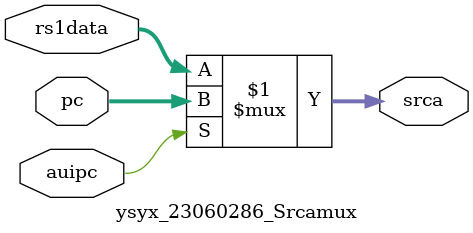
<source format=v>
module ysyx_23060286_Srcamux (
    input [31:0] rs1data,
    input [31:0] pc,
    input auipc,
    output [31:0] srca
);
    assign srca=auipc? pc:rs1data;
endmodule

</source>
